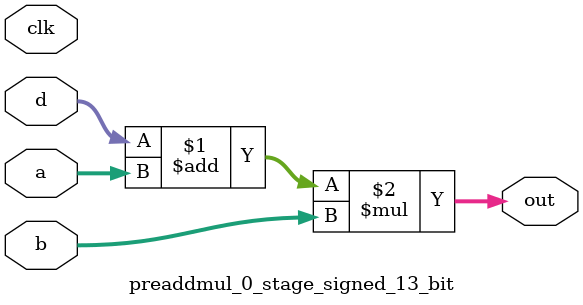
<source format=sv>
(* use_dsp = "yes" *) module preaddmul_0_stage_signed_13_bit(
	input signed [12:0] a,
	input signed [12:0] b,
	input signed [12:0] d,
	output [12:0] out,
	input clk);

	assign out = (d + a) * b;
endmodule

</source>
